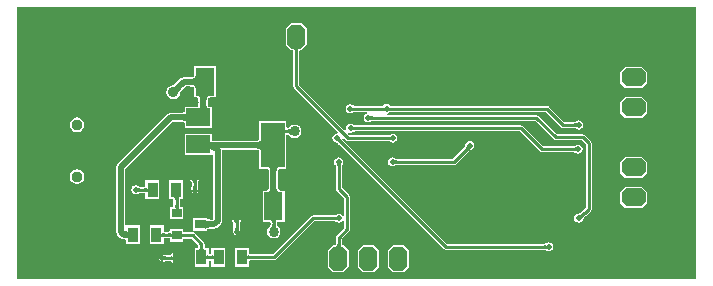
<source format=gbl>
G04*
G04 #@! TF.GenerationSoftware,Altium Limited,Altium Designer,19.0.15 (446)*
G04*
G04 Layer_Physical_Order=2*
G04 Layer_Color=16711680*
%FSLAX23Y23*%
%MOIN*%
G70*
G01*
G75*
%ADD17C,0.010*%
%ADD19R,0.037X0.051*%
%ADD43C,0.020*%
%ADD45C,0.037*%
G04:AMPARAMS|DCode=46|XSize=80mil|YSize=60mil|CornerRadius=0mil|HoleSize=0mil|Usage=FLASHONLY|Rotation=0.000|XOffset=0mil|YOffset=0mil|HoleType=Round|Shape=Octagon|*
%AMOCTAGOND46*
4,1,8,0.040,-0.015,0.040,0.015,0.025,0.030,-0.025,0.030,-0.040,0.015,-0.040,-0.015,-0.025,-0.030,0.025,-0.030,0.040,-0.015,0.0*
%
%ADD46OCTAGOND46*%

G04:AMPARAMS|DCode=47|XSize=80mil|YSize=60mil|CornerRadius=0mil|HoleSize=0mil|Usage=FLASHONLY|Rotation=90.000|XOffset=0mil|YOffset=0mil|HoleType=Round|Shape=Octagon|*
%AMOCTAGOND47*
4,1,8,0.015,0.040,-0.015,0.040,-0.030,0.025,-0.030,-0.025,-0.015,-0.040,0.015,-0.040,0.030,-0.025,0.030,0.025,0.015,0.040,0.0*
%
%ADD47OCTAGOND47*%

%ADD48C,0.020*%
%ADD49C,0.035*%
%ADD50C,0.034*%
%ADD51R,0.079X0.150*%
%ADD52R,0.079X0.059*%
%ADD53R,0.035X0.031*%
%ADD54R,0.063X0.094*%
G36*
X5584Y2822D02*
Y2792D01*
X3319D01*
Y3065D01*
Y3700D01*
X5584D01*
Y2822D01*
D02*
G37*
%LPC*%
G36*
X5403Y3500D02*
X5347D01*
X5330Y3482D01*
Y3447D01*
X5347Y3430D01*
X5403D01*
X5420Y3447D01*
Y3482D01*
X5403Y3500D01*
D02*
G37*
G36*
X4551Y3376D02*
X4545Y3375D01*
X4540Y3371D01*
X4539Y3370D01*
X4441D01*
X4441Y3371D01*
X4436Y3374D01*
X4430Y3375D01*
X4424Y3374D01*
X4419Y3371D01*
X4416Y3366D01*
X4415Y3360D01*
X4416Y3354D01*
X4419Y3349D01*
X4424Y3346D01*
X4430Y3345D01*
X4436Y3346D01*
X4441Y3349D01*
X4441Y3350D01*
X4486D01*
X4487Y3345D01*
X4487Y3345D01*
X4484Y3344D01*
X4483Y3344D01*
X4479Y3341D01*
X4476Y3336D01*
X4475Y3330D01*
X4476Y3324D01*
X4479Y3319D01*
X4484Y3316D01*
X4490Y3315D01*
X4496Y3316D01*
X4500Y3319D01*
X4501Y3319D01*
X4501Y3319D01*
X4501Y3319D01*
X4501Y3319D01*
X4501Y3319D01*
X4501Y3319D01*
X4501Y3319D01*
X4501Y3319D01*
X4502Y3319D01*
X4502Y3319D01*
X4504Y3320D01*
X4505Y3320D01*
X4505Y3320D01*
X5046D01*
X5108Y3258D01*
X5111Y3256D01*
X5115Y3255D01*
X5201D01*
X5215Y3241D01*
Y3029D01*
X5206Y3021D01*
X5205Y3020D01*
X5202Y3018D01*
X5197Y3013D01*
X5197Y3013D01*
X5196Y3012D01*
X5196Y3012D01*
X5196Y3012D01*
X5195Y3011D01*
X5194Y3011D01*
X5194Y3011D01*
X5194Y3010D01*
X5193Y3010D01*
X5193Y3010D01*
X5193Y3010D01*
X5193Y3010D01*
X5193Y3010D01*
X5193Y3010D01*
X5193Y3010D01*
X5192Y3010D01*
X5191Y3010D01*
X5185Y3009D01*
X5180Y3006D01*
X5176Y3001D01*
X5175Y2995D01*
X5176Y2989D01*
X5180Y2984D01*
X5185Y2981D01*
X5191Y2980D01*
X5196Y2981D01*
X5201Y2984D01*
X5205Y2989D01*
X5205Y2991D01*
X5206Y2992D01*
X5206Y2992D01*
X5206Y2992D01*
X5206Y2992D01*
X5206Y2992D01*
X5206Y2992D01*
X5206Y2993D01*
X5206Y2993D01*
X5208Y2995D01*
X5209Y2996D01*
X5209Y2996D01*
X5214Y3001D01*
X5215Y3002D01*
X5218Y3004D01*
X5232Y3018D01*
X5234Y3021D01*
X5235Y3025D01*
Y3245D01*
X5234Y3249D01*
X5232Y3252D01*
X5212Y3272D01*
X5209Y3274D01*
X5205Y3275D01*
X5119D01*
X5057Y3337D01*
X5054Y3339D01*
X5050Y3340D01*
X4555D01*
X4554Y3341D01*
X4556Y3346D01*
X4557Y3346D01*
X4562Y3350D01*
X4562Y3350D01*
X5083D01*
X5133Y3300D01*
X5136Y3297D01*
X5140Y3297D01*
X5174D01*
X5174Y3296D01*
X5175Y3297D01*
X5175Y3296D01*
X5176Y3296D01*
X5177Y3296D01*
X5177Y3296D01*
X5178Y3296D01*
X5178Y3296D01*
X5178Y3296D01*
X5178Y3296D01*
X5179Y3296D01*
X5179Y3296D01*
X5179Y3296D01*
X5179Y3296D01*
X5179Y3296D01*
X5179Y3296D01*
X5179Y3296D01*
X5180Y3295D01*
X5185Y3291D01*
X5191Y3290D01*
X5196Y3291D01*
X5201Y3295D01*
X5205Y3300D01*
X5206Y3305D01*
X5205Y3311D01*
X5201Y3316D01*
X5196Y3320D01*
X5191Y3321D01*
X5185Y3320D01*
X5183Y3318D01*
X5182Y3318D01*
X5182Y3318D01*
X5182Y3318D01*
X5182Y3318D01*
X5181Y3318D01*
X5181Y3318D01*
X5181Y3318D01*
X5181Y3317D01*
X5180Y3317D01*
X5178Y3317D01*
X5177Y3317D01*
X5176Y3317D01*
X5144D01*
X5094Y3367D01*
X5091Y3369D01*
X5087Y3370D01*
X4562D01*
X4562Y3371D01*
X4557Y3375D01*
X4551Y3376D01*
D02*
G37*
G36*
X5403Y3400D02*
X5347D01*
X5330Y3382D01*
Y3347D01*
X5347Y3330D01*
X5403D01*
X5420Y3347D01*
Y3382D01*
X5403Y3400D01*
D02*
G37*
G36*
X3982Y3502D02*
X3909D01*
Y3471D01*
X3909Y3471D01*
X3909Y3469D01*
X3909Y3469D01*
X3909Y3468D01*
X3908Y3468D01*
X3907Y3467D01*
X3906Y3467D01*
X3904Y3466D01*
X3901Y3466D01*
X3898Y3466D01*
X3894Y3465D01*
X3894Y3465D01*
X3875D01*
X3869Y3464D01*
X3864Y3461D01*
X3847Y3444D01*
X3847Y3444D01*
X3844Y3441D01*
X3842Y3439D01*
X3841Y3439D01*
X3841Y3438D01*
X3840Y3438D01*
X3840Y3438D01*
X3840Y3438D01*
X3840Y3438D01*
X3840Y3438D01*
X3831Y3436D01*
X3824Y3431D01*
X3819Y3424D01*
X3817Y3415D01*
X3819Y3406D01*
X3824Y3399D01*
X3831Y3394D01*
X3840Y3392D01*
X3849Y3394D01*
X3856Y3399D01*
X3861Y3406D01*
X3863Y3415D01*
X3863Y3415D01*
X3863Y3415D01*
X3863Y3415D01*
X3863Y3415D01*
X3863Y3416D01*
X3864Y3416D01*
X3864Y3417D01*
X3867Y3420D01*
X3869Y3422D01*
X3869Y3422D01*
X3881Y3435D01*
X3894D01*
X3894Y3435D01*
X3898Y3434D01*
X3901Y3434D01*
X3904Y3434D01*
X3906Y3433D01*
X3907Y3433D01*
X3908Y3432D01*
X3909Y3432D01*
X3909Y3431D01*
X3909Y3431D01*
X3909Y3429D01*
X3909Y3429D01*
Y3398D01*
X3919D01*
X3919Y3397D01*
X3921Y3397D01*
X3921Y3397D01*
X3922Y3397D01*
X3922Y3396D01*
X3923Y3395D01*
X3923Y3394D01*
X3924Y3392D01*
X3924Y3389D01*
X3924Y3386D01*
X3925Y3383D01*
X3925Y3382D01*
Y3381D01*
X3925Y3381D01*
X3924Y3377D01*
X3924Y3374D01*
X3924Y3372D01*
X3923Y3370D01*
X3923Y3368D01*
X3922Y3367D01*
X3922Y3367D01*
X3921Y3366D01*
X3921Y3366D01*
X3919Y3366D01*
X3919Y3366D01*
X3879D01*
Y3352D01*
X3879Y3352D01*
X3879Y3351D01*
X3878Y3350D01*
X3878Y3350D01*
X3878Y3349D01*
X3877Y3349D01*
X3875Y3348D01*
X3873Y3348D01*
X3870Y3347D01*
X3867Y3347D01*
X3864Y3347D01*
X3864Y3347D01*
X3831D01*
X3825Y3345D01*
X3821Y3342D01*
X3654Y3176D01*
X3651Y3171D01*
X3650Y3165D01*
Y2950D01*
X3651Y2944D01*
X3654Y2939D01*
X3664Y2929D01*
X3669Y2926D01*
X3674Y2925D01*
X3675Y2925D01*
X3679Y2925D01*
X3682Y2924D01*
Y2909D01*
X3729D01*
Y2971D01*
X3682D01*
X3680Y2975D01*
Y3159D01*
X3838Y3316D01*
X3864D01*
X3864Y3316D01*
X3867Y3316D01*
X3870Y3316D01*
X3873Y3315D01*
X3875Y3315D01*
X3877Y3314D01*
X3878Y3313D01*
X3878Y3313D01*
X3878Y3312D01*
X3879Y3312D01*
X3879Y3311D01*
X3879Y3311D01*
Y3297D01*
X3968D01*
Y3350D01*
X3968Y3351D01*
X3968Y3352D01*
Y3366D01*
X3961D01*
X3961Y3366D01*
X3959Y3366D01*
X3959Y3366D01*
X3958Y3367D01*
X3958Y3367D01*
X3957Y3368D01*
X3957Y3370D01*
X3956Y3372D01*
X3956Y3374D01*
X3956Y3377D01*
X3955Y3381D01*
X3955Y3381D01*
Y3382D01*
X3955Y3383D01*
X3956Y3386D01*
X3956Y3389D01*
X3956Y3392D01*
X3957Y3394D01*
X3957Y3395D01*
X3958Y3396D01*
X3958Y3397D01*
X3959Y3397D01*
X3959Y3397D01*
X3961Y3397D01*
X3961Y3398D01*
X3982D01*
Y3502D01*
D02*
G37*
G36*
X3519Y3331D02*
X3510Y3329D01*
X3502Y3324D01*
X3497Y3316D01*
X3495Y3307D01*
X3497Y3298D01*
X3502Y3290D01*
X3510Y3284D01*
X3519Y3283D01*
X3528Y3284D01*
X3536Y3290D01*
X3541Y3298D01*
X3543Y3307D01*
X3541Y3316D01*
X3536Y3324D01*
X3528Y3329D01*
X3519Y3331D01*
D02*
G37*
G36*
X4216Y3320D02*
X4127D01*
Y3259D01*
X4127Y3259D01*
X4127Y3257D01*
X4126Y3257D01*
X4126Y3257D01*
X4126Y3256D01*
X4125Y3256D01*
X4123Y3255D01*
X4121Y3254D01*
X4118Y3254D01*
X4115Y3254D01*
X4112Y3254D01*
X4112Y3253D01*
X3974D01*
X3974Y3254D01*
X3973Y3253D01*
X3973Y3254D01*
X3968Y3254D01*
Y3276D01*
X3879D01*
Y3207D01*
X3968D01*
Y3208D01*
X3973Y3211D01*
X3974Y3211D01*
Y2993D01*
X3971Y2990D01*
X3967D01*
X3967Y2990D01*
X3960Y2991D01*
X3957Y2991D01*
X3955Y2991D01*
X3953Y2992D01*
X3952Y2992D01*
X3952Y2992D01*
Y2996D01*
X3948D01*
X3947Y2996D01*
X3946Y2996D01*
X3946Y2996D01*
X3946Y2996D01*
X3907D01*
Y2954D01*
X3946D01*
X3946Y2954D01*
X3946Y2954D01*
X3947Y2954D01*
X3948Y2954D01*
X3952D01*
Y2958D01*
X3952Y2958D01*
X3953Y2958D01*
X3955Y2959D01*
X3957Y2959D01*
X3963Y2960D01*
X3967Y2960D01*
X3967Y2960D01*
X3977D01*
X3983Y2961D01*
X3988Y2964D01*
X4000Y2976D01*
X4003Y2981D01*
X4004Y2987D01*
Y3223D01*
X4004Y3223D01*
X4112D01*
X4112Y3223D01*
X4115Y3223D01*
X4118Y3222D01*
X4121Y3222D01*
X4123Y3221D01*
X4125Y3221D01*
X4126Y3220D01*
X4126Y3220D01*
X4126Y3219D01*
X4127Y3219D01*
X4127Y3218D01*
X4127Y3217D01*
Y3160D01*
X4153D01*
X4153Y3160D01*
X4155Y3160D01*
X4155Y3160D01*
X4156Y3160D01*
X4156Y3159D01*
X4157Y3158D01*
X4157Y3157D01*
X4158Y3155D01*
X4158Y3152D01*
X4159Y3149D01*
X4159Y3145D01*
X4159Y3145D01*
Y3103D01*
X4159Y3102D01*
X4159Y3099D01*
X4158Y3096D01*
X4158Y3093D01*
X4157Y3091D01*
X4157Y3090D01*
X4156Y3089D01*
X4156Y3088D01*
X4155Y3088D01*
X4155Y3088D01*
X4153Y3088D01*
X4153Y3087D01*
X4138D01*
Y2983D01*
X4164D01*
X4164Y2983D01*
X4164Y2982D01*
X4164Y2981D01*
X4165Y2979D01*
X4165Y2978D01*
X4165Y2977D01*
Y2977D01*
X4165Y2977D01*
X4165Y2975D01*
X4164Y2974D01*
X4164Y2973D01*
X4164Y2972D01*
X4163Y2971D01*
X4163Y2970D01*
X4162Y2969D01*
X4161Y2968D01*
X4160Y2967D01*
X4159Y2966D01*
X4159Y2966D01*
X4154Y2959D01*
X4153Y2950D01*
X4154Y2941D01*
X4159Y2934D01*
X4166Y2929D01*
X4175Y2928D01*
X4184Y2929D01*
X4191Y2934D01*
X4196Y2941D01*
X4197Y2950D01*
X4196Y2959D01*
X4191Y2966D01*
X4191Y2966D01*
X4190Y2967D01*
X4189Y2968D01*
X4188Y2969D01*
X4187Y2970D01*
X4187Y2971D01*
X4186Y2972D01*
X4186Y2973D01*
X4186Y2974D01*
X4185Y2975D01*
X4185Y2977D01*
X4185Y2977D01*
Y2977D01*
X4185Y2978D01*
X4185Y2979D01*
X4186Y2981D01*
X4186Y2982D01*
X4186Y2983D01*
X4186Y2983D01*
X4211D01*
Y3087D01*
X4195D01*
X4195Y3088D01*
X4193Y3088D01*
X4193Y3088D01*
X4192Y3088D01*
X4192Y3089D01*
X4191Y3090D01*
X4191Y3091D01*
X4190Y3093D01*
X4190Y3096D01*
X4190Y3099D01*
X4189Y3102D01*
X4189Y3103D01*
Y3145D01*
X4189Y3145D01*
X4190Y3149D01*
X4190Y3152D01*
X4190Y3155D01*
X4191Y3157D01*
X4191Y3158D01*
X4192Y3159D01*
X4193Y3160D01*
X4193Y3160D01*
X4193Y3160D01*
X4195Y3160D01*
X4195Y3160D01*
X4216D01*
Y3271D01*
X4217Y3272D01*
X4221Y3274D01*
X4222Y3274D01*
X4223Y3274D01*
X4224Y3273D01*
X4225Y3273D01*
X4226Y3272D01*
X4227Y3271D01*
X4228Y3270D01*
X4229Y3269D01*
X4229Y3269D01*
X4236Y3264D01*
X4245Y3263D01*
X4254Y3264D01*
X4261Y3269D01*
X4266Y3276D01*
X4267Y3285D01*
X4266Y3294D01*
X4261Y3301D01*
X4254Y3306D01*
X4245Y3307D01*
X4236Y3306D01*
X4229Y3301D01*
X4229Y3301D01*
X4228Y3300D01*
X4227Y3299D01*
X4226Y3298D01*
X4225Y3297D01*
X4224Y3297D01*
X4223Y3296D01*
X4222Y3296D01*
X4221Y3296D01*
X4217Y3298D01*
X4216Y3299D01*
Y3320D01*
D02*
G37*
G36*
X4267Y3645D02*
X4233D01*
X4215Y3628D01*
Y3572D01*
X4233Y3555D01*
X4239D01*
X4239Y3555D01*
X4239Y3554D01*
X4239Y3553D01*
X4240Y3552D01*
X4240Y3550D01*
X4240Y3549D01*
Y3435D01*
X4241Y3431D01*
X4243Y3428D01*
X4389Y3282D01*
X4386Y3277D01*
X4386Y3277D01*
X4380Y3276D01*
X4375Y3273D01*
X4372Y3268D01*
X4370Y3262D01*
X4372Y3256D01*
X4375Y3251D01*
X4380Y3248D01*
X4385Y3247D01*
X4385Y3247D01*
X4385Y3247D01*
X4385Y3247D01*
X4386Y3247D01*
X4386Y3247D01*
X4386Y3247D01*
X4386Y3246D01*
X4386Y3246D01*
X4387Y3246D01*
X4387Y3246D01*
X4388Y3245D01*
X4389Y3244D01*
X4389Y3244D01*
X4741Y2893D01*
X4744Y2891D01*
X4748Y2890D01*
X5075D01*
X5076Y2890D01*
X5078Y2890D01*
X5078Y2889D01*
X5079Y2889D01*
X5079Y2889D01*
X5080Y2889D01*
X5080Y2889D01*
X5080Y2889D01*
X5080Y2889D01*
X5080Y2889D01*
X5080Y2889D01*
X5080Y2889D01*
X5081Y2889D01*
X5085Y2886D01*
X5091Y2885D01*
X5097Y2886D01*
X5102Y2889D01*
X5105Y2894D01*
X5106Y2900D01*
X5105Y2906D01*
X5102Y2911D01*
X5097Y2914D01*
X5091Y2915D01*
X5085Y2914D01*
X5081Y2911D01*
X5080Y2911D01*
X5080Y2911D01*
X5080Y2911D01*
X5080Y2911D01*
X5080Y2911D01*
X5080Y2911D01*
X5080Y2911D01*
X5079Y2911D01*
X5079Y2911D01*
X5078Y2911D01*
X5077Y2910D01*
X5076Y2910D01*
X5076Y2910D01*
X4752D01*
X4404Y3258D01*
X4404Y3259D01*
X4404Y3260D01*
X4409Y3262D01*
X4416Y3255D01*
X4419Y3253D01*
X4423Y3252D01*
X4555D01*
X4556Y3252D01*
X4558Y3251D01*
X4558Y3251D01*
X4559Y3251D01*
X4559Y3251D01*
X4560Y3251D01*
X4560Y3251D01*
X4560Y3251D01*
X4560Y3251D01*
X4560Y3251D01*
X4560Y3251D01*
X4560Y3251D01*
X4561Y3251D01*
X4565Y3248D01*
X4571Y3247D01*
X4577Y3248D01*
X4582Y3251D01*
X4585Y3256D01*
X4586Y3262D01*
X4585Y3268D01*
X4582Y3273D01*
X4577Y3276D01*
X4571Y3277D01*
X4565Y3276D01*
X4561Y3273D01*
X4560Y3273D01*
X4560Y3273D01*
X4560Y3273D01*
X4560Y3273D01*
X4560Y3273D01*
X4560Y3273D01*
X4560Y3273D01*
X4559Y3273D01*
X4559Y3273D01*
X4558Y3273D01*
X4557Y3272D01*
X4556Y3272D01*
X4556Y3272D01*
X4427D01*
X4423Y3277D01*
X4424Y3278D01*
X4426Y3281D01*
X4431Y3280D01*
X4437Y3281D01*
X4441Y3284D01*
X4441Y3284D01*
X4441Y3284D01*
X4441Y3284D01*
X4442Y3284D01*
X4442Y3284D01*
X4442Y3284D01*
X4442Y3284D01*
X4442Y3284D01*
X4443Y3284D01*
X4443Y3284D01*
X4445Y3285D01*
X4446Y3285D01*
X4446Y3285D01*
X4996D01*
X5063Y3218D01*
X5066Y3216D01*
X5070Y3215D01*
X5174D01*
X5175Y3215D01*
X5176Y3215D01*
X5177Y3214D01*
X5178Y3214D01*
X5178Y3214D01*
X5178Y3214D01*
X5178Y3214D01*
X5178Y3214D01*
X5179Y3214D01*
X5179Y3214D01*
X5179Y3214D01*
X5179Y3214D01*
X5179Y3214D01*
X5184Y3211D01*
X5189Y3210D01*
X5195Y3211D01*
X5200Y3214D01*
X5203Y3219D01*
X5205Y3225D01*
X5203Y3231D01*
X5200Y3236D01*
X5195Y3239D01*
X5189Y3240D01*
X5184Y3239D01*
X5179Y3236D01*
X5179Y3236D01*
X5179Y3236D01*
X5179Y3236D01*
X5179Y3236D01*
X5178Y3236D01*
X5178Y3236D01*
X5178Y3236D01*
X5178Y3236D01*
X5178Y3236D01*
X5177Y3236D01*
X5176Y3235D01*
X5175Y3235D01*
X5174Y3235D01*
X5074D01*
X5007Y3302D01*
X5004Y3304D01*
X5000Y3305D01*
X4446D01*
X4446Y3305D01*
X4444Y3305D01*
X4443Y3306D01*
X4443Y3306D01*
X4442Y3306D01*
X4442Y3306D01*
X4442Y3306D01*
X4442Y3306D01*
X4442Y3306D01*
X4441Y3306D01*
X4441Y3306D01*
X4441Y3306D01*
X4441Y3306D01*
X4437Y3309D01*
X4431Y3310D01*
X4425Y3309D01*
X4420Y3306D01*
X4417Y3301D01*
X4415Y3295D01*
X4416Y3290D01*
X4414Y3288D01*
X4412Y3287D01*
X4260Y3439D01*
Y3549D01*
X4260Y3550D01*
X4260Y3552D01*
X4261Y3553D01*
X4261Y3554D01*
X4261Y3555D01*
X4261Y3555D01*
X4267D01*
X4285Y3572D01*
Y3628D01*
X4267Y3645D01*
D02*
G37*
G36*
X4828Y3252D02*
X4822Y3251D01*
X4818Y3248D01*
X4814Y3243D01*
X4813Y3238D01*
X4813Y3237D01*
X4813Y3237D01*
X4813Y3237D01*
X4813Y3237D01*
X4813Y3237D01*
X4813Y3237D01*
X4813Y3237D01*
X4813Y3236D01*
X4812Y3236D01*
X4812Y3236D01*
X4811Y3234D01*
X4811Y3234D01*
X4810Y3233D01*
X4771Y3193D01*
X4586D01*
X4586Y3194D01*
X4584Y3194D01*
X4583Y3194D01*
X4583Y3194D01*
X4582Y3194D01*
X4582Y3194D01*
X4582Y3194D01*
X4582Y3194D01*
X4582Y3194D01*
X4581Y3194D01*
X4581Y3194D01*
X4581Y3194D01*
X4581Y3194D01*
X4577Y3197D01*
X4571Y3199D01*
X4565Y3197D01*
X4560Y3194D01*
X4557Y3189D01*
X4555Y3183D01*
X4557Y3177D01*
X4560Y3172D01*
X4565Y3169D01*
X4571Y3168D01*
X4577Y3169D01*
X4581Y3172D01*
X4581Y3172D01*
X4581Y3172D01*
X4581Y3172D01*
X4582Y3172D01*
X4582Y3172D01*
X4582Y3172D01*
X4582Y3172D01*
X4582Y3172D01*
X4583Y3173D01*
X4583Y3173D01*
X4585Y3173D01*
X4586Y3173D01*
X4586Y3173D01*
X4775D01*
X4779Y3174D01*
X4782Y3176D01*
X4825Y3219D01*
X4825Y3219D01*
X4827Y3220D01*
X4827Y3221D01*
X4828Y3221D01*
X4828Y3221D01*
X4828Y3221D01*
X4828Y3221D01*
X4828Y3221D01*
X4829Y3221D01*
X4829Y3221D01*
X4829Y3221D01*
X4829Y3221D01*
X4829Y3222D01*
X4834Y3223D01*
X4839Y3226D01*
X4842Y3231D01*
X4844Y3237D01*
X4842Y3243D01*
X4839Y3248D01*
X4834Y3251D01*
X4828Y3252D01*
D02*
G37*
G36*
X5403Y3200D02*
X5347D01*
X5330Y3182D01*
Y3147D01*
X5347Y3130D01*
X5403D01*
X5420Y3147D01*
Y3182D01*
X5403Y3200D01*
D02*
G37*
G36*
X3519Y3158D02*
X3510Y3156D01*
X3502Y3151D01*
X3497Y3143D01*
X3495Y3134D01*
X3497Y3124D01*
X3502Y3116D01*
X3510Y3111D01*
X3519Y3109D01*
X3528Y3111D01*
X3536Y3116D01*
X3541Y3124D01*
X3543Y3134D01*
X3541Y3143D01*
X3536Y3151D01*
X3528Y3156D01*
X3519Y3158D01*
D02*
G37*
G36*
X3794Y3121D02*
X3747D01*
Y3101D01*
X3747Y3101D01*
X3747Y3101D01*
X3746Y3101D01*
X3745Y3101D01*
X3744Y3100D01*
X3742Y3100D01*
X3741Y3100D01*
X3730D01*
X3730Y3100D01*
X3728Y3100D01*
X3727Y3101D01*
X3727Y3101D01*
X3726Y3101D01*
X3726Y3101D01*
X3726Y3101D01*
X3726Y3101D01*
X3726Y3101D01*
X3726Y3101D01*
X3726Y3101D01*
X3726Y3101D01*
X3725Y3101D01*
X3721Y3104D01*
X3715Y3105D01*
X3709Y3104D01*
X3704Y3101D01*
X3701Y3096D01*
X3700Y3090D01*
X3701Y3084D01*
X3704Y3079D01*
X3709Y3076D01*
X3715Y3075D01*
X3721Y3076D01*
X3725Y3079D01*
X3726Y3079D01*
X3726Y3079D01*
X3726Y3079D01*
X3726Y3079D01*
X3726Y3079D01*
X3726Y3079D01*
X3726Y3079D01*
X3726Y3079D01*
X3727Y3079D01*
X3727Y3079D01*
X3729Y3080D01*
X3730Y3080D01*
X3730Y3080D01*
X3741D01*
X3742Y3080D01*
X3744Y3080D01*
X3745Y3079D01*
X3746Y3079D01*
X3747Y3079D01*
X3747Y3079D01*
X3747Y3079D01*
Y3059D01*
X3794D01*
Y3121D01*
D02*
G37*
G36*
X3912Y3170D02*
X3908Y3169D01*
X3904Y3167D01*
X3902Y3164D01*
X3901Y3160D01*
Y3127D01*
X3900Y3127D01*
X3898Y3126D01*
X3898Y3126D01*
X3898Y3126D01*
X3897Y3124D01*
X3896Y3123D01*
X3896Y3122D01*
X3896Y3122D01*
X3897Y3120D01*
X3897Y3119D01*
X3898Y3119D01*
X3898Y3118D01*
X3899Y3118D01*
X3901Y3117D01*
X3901Y3117D01*
X3901Y3116D01*
X3901Y3115D01*
X3901Y3114D01*
X3901Y3112D01*
X3901Y3111D01*
Y3102D01*
X3901Y3102D01*
X3901Y3100D01*
X3901Y3099D01*
X3901Y3099D01*
X3901Y3098D01*
X3901Y3098D01*
X3901Y3098D01*
X3901Y3098D01*
X3901Y3098D01*
X3900Y3098D01*
X3900Y3098D01*
X3900Y3098D01*
X3900Y3096D01*
X3899Y3094D01*
X3899Y3094D01*
X3899Y3094D01*
X3900Y3092D01*
X3901Y3090D01*
X3901Y3090D01*
X3901Y3090D01*
X3901Y3090D01*
Y3087D01*
X3902Y3083D01*
X3904Y3080D01*
X3908Y3078D01*
X3912Y3077D01*
X3915Y3078D01*
X3919Y3080D01*
X3921Y3083D01*
X3922Y3087D01*
Y3090D01*
X3922Y3090D01*
X3922Y3090D01*
X3922Y3090D01*
X3923Y3092D01*
X3924Y3094D01*
X3924Y3094D01*
X3924Y3094D01*
X3924Y3095D01*
Y3095D01*
X3923Y3096D01*
X3923Y3098D01*
X3923Y3098D01*
X3923Y3098D01*
X3923Y3098D01*
X3922Y3098D01*
X3922Y3098D01*
X3922Y3098D01*
X3922Y3098D01*
X3922Y3099D01*
X3922Y3099D01*
X3922Y3101D01*
X3922Y3102D01*
X3922Y3102D01*
Y3111D01*
X3922Y3112D01*
X3922Y3114D01*
X3922Y3115D01*
X3922Y3116D01*
X3923Y3117D01*
X3923Y3117D01*
X3924Y3118D01*
X3925Y3118D01*
X3926Y3119D01*
X3926Y3119D01*
X3926Y3120D01*
X3927Y3122D01*
X3927Y3122D01*
X3927Y3123D01*
X3926Y3124D01*
X3925Y3126D01*
X3925Y3126D01*
X3925Y3126D01*
X3923Y3127D01*
X3922Y3127D01*
Y3160D01*
X3921Y3164D01*
X3919Y3167D01*
X3915Y3169D01*
X3912Y3170D01*
D02*
G37*
G36*
X5403Y3100D02*
X5347D01*
X5330Y3082D01*
Y3047D01*
X5347Y3030D01*
X5403D01*
X5420Y3047D01*
Y3082D01*
X5403Y3100D01*
D02*
G37*
G36*
X4391Y3198D02*
X4386Y3197D01*
X4381Y3193D01*
X4377Y3188D01*
X4376Y3183D01*
X4377Y3177D01*
X4380Y3172D01*
X4380Y3172D01*
X4380Y3172D01*
X4380Y3172D01*
X4380Y3172D01*
X4381Y3172D01*
X4381Y3172D01*
X4381Y3172D01*
X4381Y3171D01*
X4381Y3171D01*
X4381Y3170D01*
X4381Y3169D01*
X4381Y3168D01*
X4381Y3167D01*
Y3094D01*
X4382Y3090D01*
X4384Y3086D01*
X4410Y3061D01*
Y3003D01*
X4405Y3002D01*
X4402Y3006D01*
X4397Y3009D01*
X4391Y3010D01*
X4386Y3009D01*
X4381Y3006D01*
X4381Y3006D01*
X4381Y3006D01*
X4381Y3006D01*
X4381Y3006D01*
X4381Y3006D01*
X4380Y3006D01*
X4380Y3006D01*
X4380Y3006D01*
X4380Y3006D01*
X4379Y3006D01*
X4378Y3005D01*
X4377Y3005D01*
X4376Y3005D01*
X4305D01*
X4301Y3004D01*
X4298Y3002D01*
X4171Y2875D01*
X4099D01*
X4098Y2875D01*
X4096Y2875D01*
X4095Y2876D01*
X4094Y2876D01*
X4093Y2876D01*
X4093Y2876D01*
X4093Y2876D01*
Y2896D01*
X4046D01*
Y2834D01*
X4093D01*
Y2854D01*
X4093Y2854D01*
X4093Y2854D01*
X4094Y2854D01*
X4095Y2854D01*
X4096Y2855D01*
X4098Y2855D01*
X4099Y2855D01*
X4175D01*
X4179Y2856D01*
X4182Y2858D01*
X4309Y2985D01*
X4376D01*
X4377Y2985D01*
X4378Y2985D01*
X4379Y2984D01*
X4380Y2984D01*
X4380Y2984D01*
X4380Y2984D01*
X4380Y2984D01*
X4381Y2984D01*
X4381Y2984D01*
X4381Y2984D01*
X4381Y2984D01*
X4381Y2984D01*
X4381Y2984D01*
X4386Y2981D01*
X4391Y2980D01*
X4397Y2981D01*
X4402Y2984D01*
X4405Y2988D01*
X4410Y2987D01*
Y2963D01*
X4384Y2937D01*
X4382Y2934D01*
X4381Y2930D01*
Y2911D01*
X4381Y2910D01*
X4381Y2908D01*
X4381Y2907D01*
X4381Y2906D01*
X4380Y2905D01*
X4380Y2905D01*
X4372D01*
X4355Y2888D01*
Y2832D01*
X4372Y2815D01*
X4407D01*
X4425Y2832D01*
Y2888D01*
X4407Y2905D01*
X4402D01*
X4402Y2905D01*
X4402Y2906D01*
X4402Y2907D01*
X4402Y2908D01*
X4402Y2910D01*
X4402Y2911D01*
Y2926D01*
X4427Y2951D01*
X4429Y2955D01*
X4430Y2959D01*
Y3065D01*
X4429Y3069D01*
X4427Y3072D01*
X4402Y3098D01*
Y3167D01*
X4402Y3168D01*
X4402Y3170D01*
X4402Y3170D01*
X4402Y3171D01*
X4402Y3171D01*
X4402Y3172D01*
X4402Y3172D01*
X4402Y3172D01*
X4402Y3172D01*
X4403Y3172D01*
X4403Y3172D01*
X4403Y3172D01*
X4403Y3172D01*
X4406Y3177D01*
X4407Y3183D01*
X4406Y3188D01*
X4402Y3193D01*
X4397Y3197D01*
X4391Y3198D01*
D02*
G37*
G36*
X3873Y3121D02*
X3826D01*
Y3059D01*
X3840D01*
X3840Y3059D01*
X3840Y3059D01*
X3840Y3057D01*
X3840Y3056D01*
X3840Y3054D01*
X3840Y3054D01*
Y3039D01*
X3840Y3038D01*
X3840Y3036D01*
X3840Y3035D01*
X3840Y3034D01*
X3840Y3033D01*
X3840Y3033D01*
X3828D01*
Y2992D01*
X3873D01*
Y3033D01*
X3862D01*
X3862Y3033D01*
X3861Y3034D01*
X3861Y3035D01*
X3861Y3036D01*
X3861Y3038D01*
X3861Y3039D01*
Y3054D01*
X3861Y3054D01*
X3861Y3056D01*
X3861Y3057D01*
X3861Y3059D01*
X3862Y3059D01*
X3862Y3059D01*
X3873D01*
Y3121D01*
D02*
G37*
G36*
X4051Y3031D02*
X4047Y3030D01*
X4043Y3028D01*
X4041Y3025D01*
X4040Y3021D01*
Y2993D01*
X4039Y2993D01*
X4037Y2992D01*
X4037Y2992D01*
X4037Y2992D01*
X4036Y2990D01*
X4035Y2988D01*
X4035Y2988D01*
X4035Y2988D01*
X4036Y2986D01*
X4036Y2984D01*
X4037Y2984D01*
X4037Y2984D01*
X4038Y2983D01*
X4040Y2983D01*
X4040Y2983D01*
X4040Y2982D01*
X4040Y2981D01*
X4040Y2979D01*
X4040Y2978D01*
X4040Y2977D01*
Y2963D01*
X4040Y2963D01*
X4040Y2961D01*
X4040Y2960D01*
X4040Y2960D01*
X4040Y2959D01*
X4040Y2959D01*
X4040Y2959D01*
X4040Y2959D01*
X4040Y2959D01*
X4039Y2959D01*
X4039Y2959D01*
X4039Y2959D01*
X4039Y2957D01*
X4038Y2955D01*
X4038Y2955D01*
X4038Y2955D01*
X4039Y2953D01*
X4040Y2951D01*
X4040Y2951D01*
X4040Y2951D01*
X4040Y2951D01*
Y2948D01*
X4041Y2944D01*
X4043Y2941D01*
X4047Y2939D01*
X4051Y2938D01*
X4054Y2939D01*
X4058Y2941D01*
X4060Y2944D01*
X4061Y2948D01*
Y2951D01*
X4061Y2951D01*
X4061Y2951D01*
X4061Y2951D01*
X4062Y2953D01*
X4063Y2955D01*
X4063Y2955D01*
X4063Y2955D01*
X4063Y2956D01*
Y2956D01*
X4062Y2957D01*
X4062Y2959D01*
X4062Y2959D01*
X4062Y2959D01*
X4062Y2959D01*
X4061Y2959D01*
X4061Y2959D01*
X4061Y2959D01*
X4061Y2959D01*
X4061Y2960D01*
X4061Y2960D01*
X4061Y2962D01*
X4061Y2963D01*
X4061Y2963D01*
Y2977D01*
X4061Y2978D01*
X4061Y2979D01*
X4061Y2981D01*
X4061Y2982D01*
X4062Y2983D01*
X4062Y2983D01*
X4063Y2983D01*
X4064Y2984D01*
X4064Y2984D01*
X4065Y2984D01*
X4065Y2984D01*
X4065Y2986D01*
X4066Y2988D01*
X4066Y2988D01*
X4066Y2988D01*
X4065Y2990D01*
X4064Y2992D01*
X4064Y2992D01*
X4064Y2992D01*
X4064Y2992D01*
Y2992D01*
X4063Y2992D01*
X4062Y2993D01*
X4061Y2993D01*
Y3021D01*
X4060Y3025D01*
X4058Y3028D01*
X4054Y3030D01*
X4051Y3031D01*
D02*
G37*
G36*
X3837Y2878D02*
X3835Y2877D01*
X3834Y2877D01*
X3833Y2876D01*
X3833Y2876D01*
X3833Y2875D01*
X3832Y2873D01*
X3832Y2873D01*
X3831Y2873D01*
X3830Y2873D01*
X3829Y2873D01*
X3827Y2873D01*
X3826Y2873D01*
X3817D01*
X3817Y2873D01*
X3815Y2873D01*
X3814Y2873D01*
X3814Y2873D01*
X3813Y2873D01*
X3813Y2873D01*
X3813Y2873D01*
X3813Y2873D01*
X3813Y2873D01*
X3813Y2874D01*
X3813Y2874D01*
X3813Y2874D01*
X3811Y2874D01*
X3809Y2875D01*
X3809Y2875D01*
X3809Y2875D01*
X3807Y2874D01*
X3805Y2873D01*
X3805Y2873D01*
X3805Y2873D01*
X3805Y2873D01*
X3802D01*
X3798Y2872D01*
X3795Y2870D01*
X3793Y2866D01*
X3792Y2862D01*
X3793Y2859D01*
X3795Y2855D01*
X3798Y2853D01*
X3802Y2852D01*
X3805D01*
X3805Y2852D01*
X3805Y2852D01*
X3805Y2852D01*
X3807Y2851D01*
X3809Y2850D01*
X3809Y2850D01*
X3809Y2850D01*
X3810Y2850D01*
X3810D01*
X3811Y2851D01*
X3813Y2851D01*
X3813Y2851D01*
X3813Y2851D01*
X3813Y2851D01*
X3813Y2852D01*
X3813Y2852D01*
X3813Y2852D01*
X3813Y2852D01*
X3814Y2852D01*
X3814Y2852D01*
X3816Y2852D01*
X3817Y2852D01*
X3817Y2852D01*
X3826D01*
X3827Y2852D01*
X3829Y2852D01*
X3830Y2852D01*
X3831Y2852D01*
X3832Y2851D01*
X3832Y2851D01*
X3833Y2850D01*
X3833Y2849D01*
X3833Y2848D01*
X3834Y2848D01*
X3835Y2848D01*
X3837Y2847D01*
X3837Y2847D01*
X3838Y2847D01*
X3839Y2848D01*
X3841Y2849D01*
X3841Y2849D01*
X3841Y2849D01*
X3841Y2849D01*
X3841Y2849D01*
X3841Y2850D01*
X3841Y2850D01*
X3841Y2850D01*
X3842Y2851D01*
X3842Y2852D01*
X3855D01*
X3859Y2853D01*
X3862Y2855D01*
X3864Y2859D01*
X3865Y2862D01*
X3864Y2866D01*
X3862Y2870D01*
X3859Y2872D01*
X3855Y2873D01*
X3842D01*
X3842Y2874D01*
X3841Y2876D01*
X3841Y2876D01*
X3841Y2876D01*
X3839Y2877D01*
X3838Y2878D01*
X3837Y2878D01*
X3837Y2878D01*
D02*
G37*
G36*
X3808Y2971D02*
X3761D01*
Y2909D01*
X3808D01*
Y2929D01*
X3808Y2929D01*
X3808Y2929D01*
X3809Y2929D01*
X3810Y2929D01*
X3811Y2930D01*
X3813Y2930D01*
X3814Y2930D01*
X3822D01*
X3823Y2930D01*
X3825Y2930D01*
X3826Y2929D01*
X3827Y2929D01*
X3828Y2929D01*
X3828Y2929D01*
X3828Y2929D01*
Y2917D01*
X3873D01*
Y2927D01*
X3873Y2927D01*
X3874Y2927D01*
X3875Y2927D01*
X3877Y2927D01*
X3878Y2927D01*
X3879Y2927D01*
X3903D01*
X3924Y2906D01*
Y2901D01*
X3924Y2901D01*
X3924Y2899D01*
X3924Y2898D01*
X3924Y2896D01*
X3923Y2896D01*
X3923Y2896D01*
X3911D01*
Y2834D01*
X3958D01*
Y2853D01*
X3963Y2854D01*
X3967Y2853D01*
Y2834D01*
X4014D01*
Y2896D01*
X3967D01*
Y2877D01*
X3963Y2876D01*
X3958Y2877D01*
Y2896D01*
X3945D01*
X3945Y2896D01*
X3945Y2896D01*
X3945Y2898D01*
X3945Y2899D01*
X3945Y2901D01*
X3945Y2901D01*
Y2910D01*
X3944Y2914D01*
X3942Y2917D01*
X3914Y2945D01*
X3911Y2947D01*
X3907Y2948D01*
X3879D01*
X3878Y2948D01*
X3877Y2948D01*
X3875Y2948D01*
X3874Y2948D01*
X3873Y2949D01*
X3873Y2949D01*
Y2958D01*
X3828D01*
Y2951D01*
X3828Y2951D01*
X3828Y2951D01*
X3827Y2951D01*
X3826Y2951D01*
X3825Y2950D01*
X3823Y2950D01*
X3822Y2950D01*
X3814D01*
X3813Y2950D01*
X3811Y2950D01*
X3810Y2951D01*
X3809Y2951D01*
X3808Y2951D01*
X3808Y2951D01*
X3808Y2951D01*
Y2971D01*
D02*
G37*
G36*
X4608Y2905D02*
X4573D01*
X4555Y2888D01*
Y2832D01*
X4573Y2815D01*
X4608D01*
X4625Y2832D01*
Y2888D01*
X4608Y2905D01*
D02*
G37*
G36*
X4508D02*
X4472D01*
X4455Y2888D01*
Y2832D01*
X4472Y2815D01*
X4508D01*
X4525Y2832D01*
Y2888D01*
X4508Y2905D01*
D02*
G37*
%LPD*%
G36*
X4498Y3337D02*
X4498Y3336D01*
X4499Y3336D01*
X4499Y3336D01*
X4500Y3336D01*
X4501Y3335D01*
X4502Y3335D01*
X4503Y3335D01*
X4505Y3335D01*
Y3325D01*
X4504Y3325D01*
X4502Y3325D01*
X4501Y3325D01*
X4500Y3325D01*
X4499Y3324D01*
X4499Y3324D01*
X4498Y3324D01*
X4498Y3323D01*
X4497Y3323D01*
Y3337D01*
X4498Y3337D01*
D02*
G37*
G36*
X5183Y3299D02*
X5182Y3300D01*
X5182Y3300D01*
X5181Y3301D01*
X5181Y3301D01*
X5180Y3301D01*
X5179Y3301D01*
X5178Y3302D01*
X5177Y3302D01*
X5176Y3302D01*
X5175Y3302D01*
X5177Y3312D01*
X5178Y3312D01*
X5181Y3312D01*
X5182Y3312D01*
X5182Y3312D01*
X5183Y3313D01*
X5184Y3313D01*
X5184Y3313D01*
X5185Y3313D01*
X5183Y3299D01*
D02*
G37*
G36*
X5205Y2999D02*
X5204Y2999D01*
X5202Y2997D01*
X5202Y2996D01*
X5201Y2995D01*
X5201Y2994D01*
X5201Y2994D01*
X5200Y2993D01*
X5193Y3005D01*
X5193Y3005D01*
X5194Y3005D01*
X5194Y3005D01*
X5195Y3005D01*
X5196Y3005D01*
X5196Y3006D01*
X5197Y3006D01*
X5198Y3007D01*
X5199Y3007D01*
X5199Y3008D01*
X5205Y2999D01*
D02*
G37*
G36*
X3915Y3430D02*
X3914Y3432D01*
X3914Y3434D01*
X3913Y3435D01*
X3911Y3436D01*
X3910Y3438D01*
X3907Y3438D01*
X3905Y3439D01*
X3902Y3440D01*
X3898Y3440D01*
X3895Y3440D01*
Y3460D01*
X3898Y3460D01*
X3902Y3460D01*
X3905Y3461D01*
X3907Y3462D01*
X3910Y3463D01*
X3911Y3464D01*
X3913Y3465D01*
X3914Y3466D01*
X3914Y3468D01*
X3915Y3470D01*
Y3430D01*
D02*
G37*
G36*
X3865Y3426D02*
X3863Y3424D01*
X3860Y3420D01*
X3859Y3419D01*
X3859Y3418D01*
X3858Y3417D01*
X3858Y3417D01*
X3858Y3416D01*
X3857Y3415D01*
X3840Y3432D01*
X3841Y3433D01*
X3842Y3433D01*
X3842Y3433D01*
X3843Y3434D01*
X3844Y3434D01*
X3845Y3435D01*
X3848Y3437D01*
X3851Y3440D01*
X3865Y3426D01*
D02*
G37*
G36*
X3958Y3403D02*
X3956Y3402D01*
X3955Y3401D01*
X3954Y3400D01*
X3953Y3398D01*
X3952Y3396D01*
X3951Y3393D01*
X3950Y3390D01*
X3950Y3387D01*
X3950Y3383D01*
X3930D01*
X3930Y3387D01*
X3930Y3390D01*
X3929Y3393D01*
X3928Y3396D01*
X3928Y3398D01*
X3926Y3400D01*
X3925Y3401D01*
X3924Y3402D01*
X3922Y3403D01*
X3920Y3403D01*
X3960D01*
X3958Y3403D01*
D02*
G37*
G36*
X3950Y3377D02*
X3950Y3373D01*
X3951Y3370D01*
X3952Y3368D01*
X3953Y3366D01*
X3954Y3364D01*
X3955Y3362D01*
X3956Y3361D01*
X3958Y3361D01*
X3960Y3361D01*
X3920D01*
X3922Y3361D01*
X3924Y3361D01*
X3925Y3362D01*
X3926Y3364D01*
X3928Y3366D01*
X3928Y3368D01*
X3929Y3370D01*
X3930Y3373D01*
X3930Y3377D01*
X3930Y3381D01*
X3950D01*
X3950Y3377D01*
D02*
G37*
G36*
X3884Y3311D02*
X3884Y3313D01*
X3883Y3315D01*
X3882Y3316D01*
X3881Y3318D01*
X3879Y3319D01*
X3877Y3320D01*
X3874Y3320D01*
X3871Y3321D01*
X3868Y3321D01*
X3864Y3321D01*
Y3341D01*
X3868Y3341D01*
X3871Y3342D01*
X3874Y3342D01*
X3877Y3343D01*
X3879Y3344D01*
X3881Y3345D01*
X3882Y3346D01*
X3883Y3348D01*
X3884Y3349D01*
X3884Y3351D01*
Y3311D01*
D02*
G37*
G36*
X3687Y2928D02*
X3687Y2928D01*
X3687Y2929D01*
X3686Y2929D01*
X3685Y2929D01*
X3684Y2929D01*
X3683Y2930D01*
X3679Y2930D01*
X3675Y2930D01*
Y2950D01*
X3677Y2950D01*
X3684Y2951D01*
X3685Y2951D01*
X3686Y2951D01*
X3687Y2951D01*
X3687Y2952D01*
X3687Y2952D01*
Y2928D01*
D02*
G37*
G36*
X4233Y3273D02*
X4231Y3274D01*
X4230Y3276D01*
X4229Y3277D01*
X4227Y3278D01*
X4226Y3278D01*
X4224Y3279D01*
X4223Y3279D01*
X4222Y3280D01*
X4220Y3280D01*
X4219Y3280D01*
X4219Y3280D01*
X4217Y3280D01*
X4216Y3280D01*
X4214Y3279D01*
X4213Y3279D01*
X4212Y3278D01*
X4212Y3278D01*
X4211Y3277D01*
X4211Y3276D01*
X4211Y3275D01*
Y3295D01*
X4211Y3294D01*
X4211Y3293D01*
X4212Y3292D01*
X4212Y3292D01*
X4213Y3291D01*
X4214Y3291D01*
X4216Y3290D01*
X4217Y3290D01*
X4219Y3290D01*
X4219Y3290D01*
X4220Y3290D01*
X4222Y3290D01*
X4223Y3291D01*
X4224Y3291D01*
X4226Y3292D01*
X4227Y3292D01*
X4229Y3293D01*
X4230Y3294D01*
X4231Y3296D01*
X4233Y3297D01*
Y3273D01*
D02*
G37*
G36*
X4176Y3250D02*
X4176Y3250D01*
X4177Y3250D01*
X4177Y3250D01*
X4177Y3249D01*
X4177Y3248D01*
X4178Y3248D01*
X4179Y3247D01*
X4164D01*
X4164Y3248D01*
X4166Y3249D01*
X4166Y3250D01*
X4166Y3250D01*
X4166Y3250D01*
X4166Y3250D01*
X4166Y3250D01*
X4176D01*
X4176Y3250D01*
D02*
G37*
G36*
X4132Y3218D02*
X4132Y3220D01*
X4131Y3222D01*
X4130Y3223D01*
X4129Y3225D01*
X4127Y3226D01*
X4125Y3227D01*
X4122Y3227D01*
X4119Y3228D01*
X4116Y3228D01*
X4112Y3228D01*
Y3248D01*
X4116Y3248D01*
X4119Y3249D01*
X4122Y3249D01*
X4125Y3250D01*
X4127Y3251D01*
X4129Y3252D01*
X4130Y3253D01*
X4131Y3255D01*
X4132Y3256D01*
X4132Y3258D01*
Y3218D01*
D02*
G37*
G36*
X3963Y3249D02*
X3963Y3248D01*
X3964Y3248D01*
X3965Y3248D01*
X3973Y3248D01*
Y3238D01*
X3982Y3215D01*
X3979Y3218D01*
X3976Y3220D01*
X3973Y3222D01*
X3970Y3224D01*
X3967Y3225D01*
X3964Y3226D01*
X3960Y3227D01*
X3957Y3228D01*
X3953Y3228D01*
X3949Y3228D01*
X3963Y3239D01*
Y3249D01*
X3963Y3249D01*
D02*
G37*
G36*
X4192Y3165D02*
X4190Y3165D01*
X4189Y3164D01*
X4188Y3162D01*
X4187Y3161D01*
X4186Y3158D01*
X4185Y3156D01*
X4184Y3153D01*
X4184Y3149D01*
X4184Y3145D01*
X4164D01*
X4164Y3149D01*
X4164Y3153D01*
X4163Y3156D01*
X4162Y3158D01*
X4162Y3161D01*
X4160Y3162D01*
X4159Y3164D01*
X4158Y3165D01*
X4156Y3165D01*
X4154Y3166D01*
X4194D01*
X4192Y3165D01*
D02*
G37*
G36*
X4184Y3098D02*
X4184Y3095D01*
X4185Y3092D01*
X4186Y3089D01*
X4187Y3087D01*
X4188Y3085D01*
X4189Y3084D01*
X4190Y3083D01*
X4192Y3082D01*
X4194Y3082D01*
X4154D01*
X4156Y3082D01*
X4158Y3083D01*
X4159Y3084D01*
X4160Y3085D01*
X4162Y3087D01*
X4162Y3089D01*
X4163Y3092D01*
X4164Y3095D01*
X4164Y3098D01*
X4164Y3102D01*
X4184D01*
X4184Y3098D01*
D02*
G37*
G36*
X4184Y2988D02*
X4183Y2988D01*
X4182Y2987D01*
X4182Y2986D01*
X4181Y2985D01*
X4181Y2984D01*
X4180Y2983D01*
X4180Y2982D01*
X4180Y2980D01*
X4180Y2978D01*
X4170D01*
X4170Y2980D01*
X4170Y2982D01*
X4170Y2983D01*
X4169Y2984D01*
X4169Y2985D01*
X4168Y2986D01*
X4168Y2987D01*
X4167Y2988D01*
X4166Y2988D01*
X4165Y2988D01*
X4185D01*
X4184Y2988D01*
D02*
G37*
G36*
X4180Y2975D02*
X4180Y2973D01*
X4181Y2972D01*
X4181Y2971D01*
X4182Y2969D01*
X4182Y2968D01*
X4183Y2966D01*
X4184Y2965D01*
X4186Y2964D01*
X4187Y2962D01*
X4163D01*
X4164Y2964D01*
X4166Y2965D01*
X4167Y2966D01*
X4168Y2968D01*
X4168Y2969D01*
X4169Y2971D01*
X4169Y2972D01*
X4170Y2973D01*
X4170Y2975D01*
X4170Y2976D01*
X4180D01*
X4180Y2975D01*
D02*
G37*
G36*
X3947Y2990D02*
X3948Y2989D01*
X3949Y2988D01*
X3950Y2987D01*
X3952Y2986D01*
X3954Y2986D01*
X3957Y2986D01*
X3960Y2985D01*
X3967Y2985D01*
Y2965D01*
X3963Y2965D01*
X3957Y2964D01*
X3954Y2964D01*
X3952Y2964D01*
X3950Y2963D01*
X3949Y2962D01*
X3948Y2961D01*
X3947Y2960D01*
X3947Y2959D01*
Y2991D01*
X3947Y2990D01*
D02*
G37*
G36*
X4259Y3560D02*
X4258Y3560D01*
X4257Y3559D01*
X4257Y3559D01*
X4256Y3558D01*
X4256Y3557D01*
X4255Y3555D01*
X4255Y3554D01*
X4255Y3552D01*
X4255Y3550D01*
X4245D01*
X4245Y3552D01*
X4245Y3554D01*
X4245Y3555D01*
X4244Y3557D01*
X4244Y3558D01*
X4243Y3559D01*
X4243Y3559D01*
X4242Y3560D01*
X4241Y3560D01*
X4240Y3560D01*
X4260D01*
X4259Y3560D01*
D02*
G37*
G36*
X4438Y3302D02*
X4439Y3301D01*
X4439Y3301D01*
X4440Y3301D01*
X4441Y3300D01*
X4442Y3300D01*
X4442Y3300D01*
X4443Y3300D01*
X4445Y3300D01*
Y3290D01*
X4444Y3290D01*
X4442Y3290D01*
X4442Y3290D01*
X4441Y3289D01*
X4440Y3289D01*
X4439Y3289D01*
X4439Y3289D01*
X4438Y3288D01*
X4438Y3288D01*
Y3302D01*
X4438Y3302D01*
D02*
G37*
G36*
X4564Y3255D02*
X4563Y3255D01*
X4563Y3256D01*
X4562Y3256D01*
X4562Y3256D01*
X4561Y3256D01*
X4560Y3257D01*
X4559Y3257D01*
X4558Y3257D01*
X4556Y3257D01*
Y3267D01*
X4557Y3267D01*
X4559Y3267D01*
X4560Y3267D01*
X4561Y3267D01*
X4562Y3268D01*
X4562Y3268D01*
X4563Y3268D01*
X4563Y3269D01*
X4564Y3269D01*
Y3255D01*
D02*
G37*
G36*
X4396Y3261D02*
X4396Y3261D01*
X4396Y3260D01*
X4396Y3259D01*
X4397Y3259D01*
X4397Y3258D01*
X4398Y3257D01*
X4398Y3257D01*
X4400Y3255D01*
X4393Y3248D01*
X4392Y3249D01*
X4390Y3250D01*
X4390Y3251D01*
X4389Y3251D01*
X4388Y3251D01*
X4388Y3252D01*
X4387Y3252D01*
X4386Y3252D01*
X4386Y3252D01*
X4396Y3262D01*
X4396Y3261D01*
D02*
G37*
G36*
X5182Y3218D02*
X5182Y3218D01*
X5181Y3219D01*
X5181Y3219D01*
X5180Y3219D01*
X5179Y3220D01*
X5179Y3220D01*
X5178Y3220D01*
X5177Y3220D01*
X5175Y3220D01*
Y3230D01*
X5176Y3230D01*
X5178Y3230D01*
X5179Y3230D01*
X5179Y3230D01*
X5180Y3231D01*
X5181Y3231D01*
X5181Y3231D01*
X5182Y3232D01*
X5182Y3232D01*
Y3218D01*
D02*
G37*
G36*
X5084Y2893D02*
X5083Y2893D01*
X5083Y2894D01*
X5082Y2894D01*
X5082Y2894D01*
X5081Y2895D01*
X5080Y2895D01*
X5079Y2895D01*
X5078Y2895D01*
X5076Y2895D01*
Y2905D01*
X5077Y2905D01*
X5079Y2905D01*
X5080Y2905D01*
X5081Y2905D01*
X5082Y2906D01*
X5082Y2906D01*
X5083Y2906D01*
X5083Y2907D01*
X5084Y2907D01*
Y2893D01*
D02*
G37*
G36*
X4828Y3227D02*
X4828Y3227D01*
X4827Y3227D01*
X4826Y3226D01*
X4826Y3226D01*
X4825Y3226D01*
X4824Y3225D01*
X4824Y3225D01*
X4823Y3224D01*
X4822Y3223D01*
X4814Y3230D01*
X4815Y3231D01*
X4816Y3232D01*
X4817Y3233D01*
X4817Y3234D01*
X4818Y3234D01*
X4818Y3235D01*
X4818Y3236D01*
X4818Y3236D01*
X4818Y3237D01*
X4828Y3227D01*
D02*
G37*
G36*
X4578Y3190D02*
X4579Y3190D01*
X4579Y3189D01*
X4580Y3189D01*
X4581Y3189D01*
X4582Y3189D01*
X4582Y3188D01*
X4583Y3188D01*
X4585Y3188D01*
Y3178D01*
X4584Y3178D01*
X4582Y3178D01*
X4582Y3178D01*
X4581Y3178D01*
X4580Y3178D01*
X4579Y3177D01*
X4579Y3177D01*
X4578Y3177D01*
X4578Y3176D01*
Y3190D01*
X4578Y3190D01*
D02*
G37*
G36*
X3723Y3097D02*
X3723Y3096D01*
X3724Y3096D01*
X3724Y3096D01*
X3725Y3095D01*
X3726Y3095D01*
X3727Y3095D01*
X3728Y3095D01*
X3730Y3095D01*
Y3085D01*
X3729Y3085D01*
X3727Y3085D01*
X3726Y3085D01*
X3725Y3085D01*
X3724Y3084D01*
X3724Y3084D01*
X3723Y3084D01*
X3723Y3083D01*
X3722Y3083D01*
Y3097D01*
X3723Y3097D01*
D02*
G37*
G36*
X3752Y3080D02*
X3752Y3081D01*
X3752Y3082D01*
X3751Y3083D01*
X3750Y3083D01*
X3750Y3084D01*
X3748Y3084D01*
X3747Y3085D01*
X3746Y3085D01*
X3744Y3085D01*
X3742Y3085D01*
Y3095D01*
X3744Y3095D01*
X3746Y3095D01*
X3747Y3095D01*
X3748Y3096D01*
X3750Y3096D01*
X3750Y3097D01*
X3751Y3097D01*
X3752Y3098D01*
X3752Y3099D01*
X3752Y3100D01*
Y3080D01*
D02*
G37*
G36*
X3921Y3122D02*
X3920Y3122D01*
X3919Y3121D01*
X3918Y3120D01*
X3918Y3120D01*
X3917Y3118D01*
X3917Y3117D01*
X3917Y3116D01*
X3917Y3114D01*
X3917Y3112D01*
X3907D01*
X3907Y3114D01*
X3906Y3116D01*
X3906Y3117D01*
X3906Y3118D01*
X3905Y3120D01*
X3905Y3120D01*
X3904Y3121D01*
X3903Y3122D01*
X3903Y3122D01*
X3902Y3122D01*
X3922D01*
X3921Y3122D01*
D02*
G37*
G36*
X3917Y3101D02*
X3917Y3099D01*
X3917Y3098D01*
X3917Y3097D01*
X3917Y3096D01*
X3918Y3096D01*
X3918Y3095D01*
X3918Y3095D01*
X3919Y3094D01*
X3905D01*
X3905Y3095D01*
X3905Y3095D01*
X3906Y3096D01*
X3906Y3096D01*
X3906Y3097D01*
X3906Y3098D01*
X3906Y3099D01*
X3906Y3100D01*
X3907Y3102D01*
X3917D01*
X3917Y3101D01*
D02*
G37*
G36*
X4398Y3175D02*
X4398Y3175D01*
X4397Y3174D01*
X4397Y3173D01*
X4397Y3173D01*
X4397Y3172D01*
X4397Y3171D01*
X4396Y3170D01*
X4396Y3168D01*
X4386D01*
X4386Y3169D01*
X4386Y3171D01*
X4386Y3172D01*
X4386Y3173D01*
X4386Y3173D01*
X4385Y3174D01*
X4385Y3175D01*
X4385Y3175D01*
X4384Y3175D01*
X4398D01*
X4398Y3175D01*
D02*
G37*
G36*
X4384Y2988D02*
X4384Y2988D01*
X4383Y2989D01*
X4383Y2989D01*
X4382Y2989D01*
X4381Y2990D01*
X4381Y2990D01*
X4380Y2990D01*
X4379Y2990D01*
X4377Y2990D01*
Y3000D01*
X4378Y3000D01*
X4380Y3000D01*
X4381Y3000D01*
X4381Y3000D01*
X4382Y3001D01*
X4383Y3001D01*
X4383Y3001D01*
X4384Y3002D01*
X4384Y3002D01*
Y2988D01*
D02*
G37*
G36*
X4396Y2908D02*
X4397Y2906D01*
X4397Y2905D01*
X4397Y2903D01*
X4398Y2902D01*
X4398Y2901D01*
X4399Y2901D01*
X4400Y2900D01*
X4400Y2900D01*
X4401Y2900D01*
X4381D01*
X4382Y2900D01*
X4383Y2900D01*
X4384Y2901D01*
X4385Y2901D01*
X4385Y2902D01*
X4386Y2903D01*
X4386Y2905D01*
X4386Y2906D01*
X4386Y2908D01*
X4386Y2910D01*
X4396D01*
X4396Y2908D01*
D02*
G37*
G36*
X4088Y2874D02*
X4088Y2873D01*
X4089Y2872D01*
X4090Y2872D01*
X4090Y2871D01*
X4092Y2871D01*
X4093Y2870D01*
X4094Y2870D01*
X4096Y2870D01*
X4098Y2870D01*
Y2860D01*
X4096Y2860D01*
X4094Y2860D01*
X4093Y2860D01*
X4092Y2859D01*
X4090Y2859D01*
X4090Y2858D01*
X4089Y2858D01*
X4088Y2857D01*
X4088Y2856D01*
X4088Y2855D01*
Y2875D01*
X4088Y2874D01*
D02*
G37*
G36*
X3860Y3065D02*
X3859Y3064D01*
X3858Y3064D01*
X3857Y3063D01*
X3857Y3062D01*
X3856Y3061D01*
X3856Y3060D01*
X3856Y3058D01*
X3856Y3056D01*
X3856Y3055D01*
X3846D01*
X3846Y3056D01*
X3845Y3058D01*
X3845Y3060D01*
X3845Y3061D01*
X3844Y3062D01*
X3844Y3063D01*
X3843Y3064D01*
X3842Y3064D01*
X3842Y3065D01*
X3841Y3065D01*
X3861D01*
X3860Y3065D01*
D02*
G37*
G36*
X3856Y3036D02*
X3856Y3034D01*
X3856Y3033D01*
X3856Y3032D01*
X3857Y3030D01*
X3857Y3030D01*
X3858Y3029D01*
X3859Y3028D01*
X3860Y3028D01*
X3861Y3028D01*
X3841D01*
X3842Y3028D01*
X3842Y3028D01*
X3843Y3029D01*
X3844Y3030D01*
X3844Y3030D01*
X3845Y3032D01*
X3845Y3033D01*
X3845Y3034D01*
X3846Y3036D01*
X3846Y3038D01*
X3856D01*
X3856Y3036D01*
D02*
G37*
G36*
X4060Y2988D02*
X4059Y2987D01*
X4058Y2987D01*
X4057Y2986D01*
X4057Y2985D01*
X4056Y2984D01*
X4056Y2983D01*
X4056Y2981D01*
X4056Y2980D01*
X4056Y2978D01*
X4046D01*
X4046Y2980D01*
X4045Y2981D01*
X4045Y2983D01*
X4045Y2984D01*
X4044Y2985D01*
X4044Y2986D01*
X4043Y2987D01*
X4042Y2987D01*
X4042Y2988D01*
X4041Y2988D01*
X4061D01*
X4060Y2988D01*
D02*
G37*
G36*
X4056Y2962D02*
X4056Y2960D01*
X4056Y2959D01*
X4056Y2958D01*
X4056Y2957D01*
X4057Y2957D01*
X4057Y2956D01*
X4057Y2956D01*
X4058Y2955D01*
X4044D01*
X4044Y2956D01*
X4044Y2956D01*
X4045Y2957D01*
X4045Y2957D01*
X4045Y2958D01*
X4045Y2959D01*
X4045Y2960D01*
X4045Y2961D01*
X4046Y2963D01*
X4056D01*
X4056Y2962D01*
D02*
G37*
G36*
X3810Y2869D02*
X3810Y2869D01*
X3811Y2868D01*
X3811Y2868D01*
X3812Y2868D01*
X3813Y2868D01*
X3814Y2868D01*
X3815Y2868D01*
X3817Y2867D01*
Y2857D01*
X3816Y2857D01*
X3814Y2857D01*
X3813Y2857D01*
X3812Y2857D01*
X3811Y2857D01*
X3811Y2856D01*
X3810Y2856D01*
X3810Y2856D01*
X3809Y2855D01*
Y2869D01*
X3810Y2869D01*
D02*
G37*
G36*
X3837Y2852D02*
X3837Y2853D01*
X3837Y2854D01*
X3836Y2855D01*
X3835Y2856D01*
X3835Y2856D01*
X3833Y2857D01*
X3832Y2857D01*
X3831Y2857D01*
X3829Y2857D01*
X3827Y2857D01*
Y2867D01*
X3829Y2867D01*
X3831Y2868D01*
X3832Y2868D01*
X3833Y2868D01*
X3835Y2869D01*
X3835Y2869D01*
X3836Y2870D01*
X3837Y2871D01*
X3837Y2871D01*
X3837Y2872D01*
Y2852D01*
D02*
G37*
G36*
X3833Y2930D02*
X3833Y2931D01*
X3833Y2932D01*
X3832Y2933D01*
X3831Y2933D01*
X3831Y2934D01*
X3829Y2934D01*
X3828Y2935D01*
X3827Y2935D01*
X3825Y2935D01*
X3823Y2935D01*
Y2945D01*
X3825Y2945D01*
X3827Y2945D01*
X3828Y2945D01*
X3829Y2946D01*
X3831Y2946D01*
X3831Y2947D01*
X3832Y2947D01*
X3833Y2948D01*
X3833Y2949D01*
X3833Y2950D01*
Y2930D01*
D02*
G37*
G36*
X3803Y2949D02*
X3803Y2948D01*
X3804Y2947D01*
X3805Y2947D01*
X3805Y2946D01*
X3807Y2946D01*
X3808Y2945D01*
X3809Y2945D01*
X3811Y2945D01*
X3813Y2945D01*
Y2935D01*
X3811Y2935D01*
X3809Y2935D01*
X3808Y2935D01*
X3807Y2934D01*
X3805Y2934D01*
X3805Y2933D01*
X3804Y2933D01*
X3803Y2932D01*
X3803Y2931D01*
X3803Y2930D01*
Y2950D01*
X3803Y2949D01*
D02*
G37*
G36*
X3868Y2947D02*
X3869Y2946D01*
X3869Y2945D01*
X3870Y2944D01*
X3871Y2944D01*
X3872Y2943D01*
X3873Y2943D01*
X3875Y2943D01*
X3876Y2943D01*
X3878Y2943D01*
Y2933D01*
X3876Y2933D01*
X3875Y2932D01*
X3873Y2932D01*
X3872Y2932D01*
X3871Y2931D01*
X3870Y2931D01*
X3869Y2930D01*
X3869Y2929D01*
X3868Y2929D01*
X3868Y2928D01*
Y2948D01*
X3868Y2947D01*
D02*
G37*
G36*
X3939Y2899D02*
X3940Y2897D01*
X3940Y2895D01*
X3940Y2894D01*
X3941Y2893D01*
X3941Y2892D01*
X3942Y2891D01*
X3943Y2891D01*
X3943Y2890D01*
X3944Y2890D01*
X3924D01*
X3925Y2890D01*
X3926Y2891D01*
X3927Y2891D01*
X3928Y2892D01*
X3928Y2893D01*
X3929Y2894D01*
X3929Y2895D01*
X3929Y2897D01*
X3929Y2899D01*
X3929Y2900D01*
X3939D01*
X3939Y2899D01*
D02*
G37*
G36*
X3972Y2855D02*
X3972Y2856D01*
X3972Y2857D01*
X3971Y2858D01*
X3971Y2858D01*
X3970Y2859D01*
X3969Y2859D01*
X3967Y2860D01*
X3966Y2860D01*
X3964Y2860D01*
X3963Y2860D01*
X3961Y2860D01*
X3959Y2860D01*
X3958Y2860D01*
X3956Y2859D01*
X3955Y2859D01*
X3954Y2858D01*
X3954Y2858D01*
X3953Y2857D01*
X3953Y2856D01*
X3953Y2855D01*
Y2875D01*
X3953Y2874D01*
X3953Y2873D01*
X3954Y2872D01*
X3954Y2872D01*
X3955Y2871D01*
X3956Y2871D01*
X3958Y2870D01*
X3959Y2870D01*
X3961Y2870D01*
X3963Y2870D01*
X3964Y2870D01*
X3966Y2870D01*
X3967Y2870D01*
X3969Y2871D01*
X3970Y2871D01*
X3971Y2872D01*
X3971Y2872D01*
X3972Y2873D01*
X3972Y2874D01*
X3972Y2875D01*
Y2855D01*
D02*
G37*
D17*
X4430Y3360D02*
X5087D01*
X3912Y3087D02*
Y3160D01*
X3802Y2862D02*
X3855D01*
X4051Y2948D02*
Y3021D01*
X4775Y3183D02*
X4828Y3237D01*
X4571Y3183D02*
X4775D01*
X4423Y3262D02*
X4571D01*
X4250Y3435D02*
X4423Y3262D01*
X4250Y3435D02*
Y3600D01*
X4431Y3295D02*
X5000D01*
X5070Y3225D01*
X4748Y2900D02*
X5090D01*
X4386Y3262D02*
X4748Y2900D01*
X4206Y3285D02*
X4245D01*
X4171Y3250D02*
X4206Y3285D01*
X4171Y3240D02*
Y3250D01*
X5211Y3011D02*
X5225Y3025D01*
X5209Y3011D02*
X5211D01*
X5193Y2995D02*
X5209Y3011D01*
X5191Y2995D02*
X5193D01*
X5225Y3025D02*
Y3245D01*
X5205Y3265D02*
X5225Y3245D01*
X5115Y3265D02*
X5205D01*
X5050Y3330D02*
X5115Y3265D01*
X4490Y3330D02*
X5050D01*
X5140Y3307D02*
X5189D01*
X5087Y3360D02*
X5140Y3307D01*
X5189D02*
X5191Y3305D01*
X5070Y3225D02*
X5189D01*
X4391Y3094D02*
X4420Y3065D01*
Y2959D02*
Y3065D01*
X4391Y2930D02*
X4420Y2959D01*
X4391Y2861D02*
Y2930D01*
X4390Y2860D02*
X4391Y2861D01*
Y3094D02*
Y3183D01*
X4175Y2950D02*
Y3034D01*
X4174Y3035D02*
X4175Y3034D01*
Y2865D02*
X4305Y2995D01*
X4391D01*
X4069Y2865D02*
X4175D01*
X3934D02*
X3991D01*
X3934D02*
Y2910D01*
X3907Y2938D02*
X3934Y2910D01*
X3851Y2938D02*
X3907D01*
X3849Y3090D02*
X3851Y3089D01*
Y3012D02*
Y3089D01*
X3848Y2940D02*
X3851Y2938D01*
X3784Y2940D02*
X3848D01*
X3715Y3090D02*
X3771D01*
D19*
D03*
X3849D02*
D03*
X3784Y2940D02*
D03*
X3706D02*
D03*
X3856Y2865D02*
D03*
X3934D02*
D03*
X4069D02*
D03*
X3991D02*
D03*
D43*
X4167Y3238D02*
X4170Y3241D01*
X4171Y3240D01*
X3973Y3238D02*
X4167D01*
X3926D02*
X3973D01*
X3989Y3223D01*
X3675Y2940D02*
X3706D01*
X3665Y2950D02*
X3675Y2940D01*
X3665Y2950D02*
Y3165D01*
X3831Y3331D01*
X3923D01*
X3989Y2987D02*
Y3223D01*
X3977Y2975D02*
X3989Y2987D01*
X3929Y2975D02*
X3977D01*
X4174Y3035D02*
Y3238D01*
X4171Y3240D02*
X4174Y3238D01*
X3940Y3351D02*
Y3444D01*
X3946Y3450D01*
X3940Y3351D02*
X3940Y3351D01*
X3953D01*
X3933Y3331D02*
X3953Y3351D01*
X3923Y3331D02*
X3933D01*
X3840Y3415D02*
X3875Y3450D01*
X3946D01*
D45*
X3519Y3134D02*
D03*
Y3307D02*
D03*
D46*
X5375Y3065D02*
D03*
Y3165D02*
D03*
Y3265D02*
D03*
Y3365D02*
D03*
Y3465D02*
D03*
D47*
X4350Y3600D02*
D03*
X4250D02*
D03*
X4290Y2860D02*
D03*
X4390D02*
D03*
X4490D02*
D03*
X4590D02*
D03*
D48*
X3912Y3087D02*
D03*
X3802Y2862D02*
D03*
X4051Y2948D02*
D03*
X4245Y3162D02*
D03*
X4589Y3502D02*
D03*
X4627Y3502D02*
D03*
X5091Y3545D02*
D03*
X5376Y3542D02*
D03*
X4756Y3017D02*
D03*
X3620Y2972D02*
D03*
X4828Y3237D02*
D03*
X4571Y3183D02*
D03*
X4551Y3360D02*
D03*
X4571Y3262D02*
D03*
X5091Y2900D02*
D03*
X4386Y3262D02*
D03*
X5191Y3305D02*
D03*
X5189Y3225D02*
D03*
X5191Y2995D02*
D03*
X4490Y3330D02*
D03*
X4431Y3295D02*
D03*
X4430Y3360D02*
D03*
X4391Y3183D02*
D03*
Y2995D02*
D03*
X3715Y3090D02*
D03*
D49*
X4857Y3004D02*
D03*
X4853Y3563D02*
D03*
X3510Y3466D02*
D03*
X3444Y3669D02*
D03*
X3758Y3496D02*
D03*
X3847Y3669D02*
D03*
X4160Y3474D02*
D03*
X4473Y3604D02*
D03*
X5478Y3668D02*
D03*
X5548Y3499D02*
D03*
Y3316D02*
D03*
Y3120D02*
D03*
X5509Y2829D02*
D03*
X5080D02*
D03*
X4744D02*
D03*
X4190D02*
D03*
X3701D02*
D03*
X3462D02*
D03*
X3376Y2940D02*
D03*
X3455Y3212D02*
D03*
X3389Y3131D02*
D03*
Y3213D02*
D03*
Y3297D02*
D03*
X3840Y3415D02*
D03*
D50*
X4245Y3285D02*
D03*
X4175Y2950D02*
D03*
D51*
X4171Y3240D02*
D03*
D52*
X3923Y3331D02*
D03*
Y3241D02*
D03*
Y3151D02*
D03*
D53*
X3929Y2975D02*
D03*
X3851Y2938D02*
D03*
Y3012D02*
D03*
D54*
X4064Y3450D02*
D03*
X3946D02*
D03*
X4056Y3035D02*
D03*
X4174D02*
D03*
M02*

</source>
